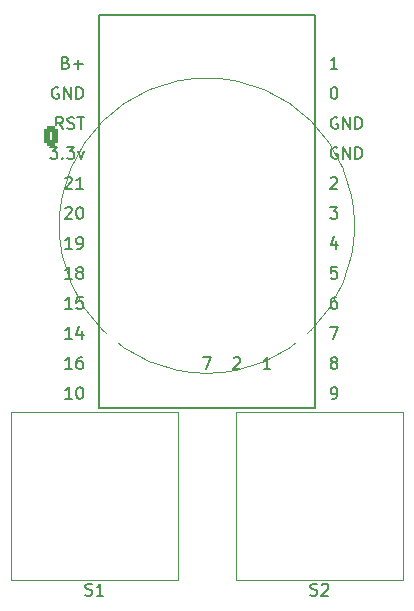
<source format=gto>
G04 #@! TF.GenerationSoftware,KiCad,Pcbnew,8.0.7*
G04 #@! TF.CreationDate,2024-12-28T18:40:06+08:00*
G04 #@! TF.ProjectId,macroknob,6d616372-6f6b-46e6-9f62-2e6b69636164,rev?*
G04 #@! TF.SameCoordinates,Original*
G04 #@! TF.FileFunction,Legend,Top*
G04 #@! TF.FilePolarity,Positive*
%FSLAX46Y46*%
G04 Gerber Fmt 4.6, Leading zero omitted, Abs format (unit mm)*
G04 Created by KiCad (PCBNEW 8.0.7) date 2024-12-28 18:40:06*
%MOMM*%
%LPD*%
G01*
G04 APERTURE LIST*
G04 Aperture macros list*
%AMRoundRect*
0 Rectangle with rounded corners*
0 $1 Rounding radius*
0 $2 $3 $4 $5 $6 $7 $8 $9 X,Y pos of 4 corners*
0 Add a 4 corners polygon primitive as box body*
4,1,4,$2,$3,$4,$5,$6,$7,$8,$9,$2,$3,0*
0 Add four circle primitives for the rounded corners*
1,1,$1+$1,$2,$3*
1,1,$1+$1,$4,$5*
1,1,$1+$1,$6,$7*
1,1,$1+$1,$8,$9*
0 Add four rect primitives between the rounded corners*
20,1,$1+$1,$2,$3,$4,$5,0*
20,1,$1+$1,$4,$5,$6,$7,0*
20,1,$1+$1,$6,$7,$8,$9,0*
20,1,$1+$1,$8,$9,$2,$3,0*%
G04 Aperture macros list end*
%ADD10C,0.050000*%
%ADD11C,0.200000*%
%ADD12C,0.150000*%
%ADD13C,0.120000*%
%ADD14C,2.000000*%
%ADD15R,2.000000X3.200000*%
%ADD16R,2.000000X2.000000*%
%ADD17C,1.752600*%
%ADD18C,1.750000*%
%ADD19C,4.000000*%
%ADD20C,2.500000*%
%ADD21O,1.200000X1.750000*%
%ADD22RoundRect,0.250000X0.350000X0.625000X-0.350000X0.625000X-0.350000X-0.625000X0.350000X-0.625000X0*%
G04 APERTURE END LIST*
D10*
X127435000Y-39370000D02*
G75*
G02*
X102435000Y-39370000I-12500000J0D01*
G01*
X102435000Y-39370000D02*
G75*
G02*
X127435000Y-39370000I12500000J0D01*
G01*
D11*
X125893244Y-45407219D02*
X125702768Y-45407219D01*
X125702768Y-45407219D02*
X125607530Y-45454838D01*
X125607530Y-45454838D02*
X125559911Y-45502457D01*
X125559911Y-45502457D02*
X125464673Y-45645314D01*
X125464673Y-45645314D02*
X125417054Y-45835790D01*
X125417054Y-45835790D02*
X125417054Y-46216742D01*
X125417054Y-46216742D02*
X125464673Y-46311980D01*
X125464673Y-46311980D02*
X125512292Y-46359600D01*
X125512292Y-46359600D02*
X125607530Y-46407219D01*
X125607530Y-46407219D02*
X125798006Y-46407219D01*
X125798006Y-46407219D02*
X125893244Y-46359600D01*
X125893244Y-46359600D02*
X125940863Y-46311980D01*
X125940863Y-46311980D02*
X125988482Y-46216742D01*
X125988482Y-46216742D02*
X125988482Y-45978647D01*
X125988482Y-45978647D02*
X125940863Y-45883409D01*
X125940863Y-45883409D02*
X125893244Y-45835790D01*
X125893244Y-45835790D02*
X125798006Y-45788171D01*
X125798006Y-45788171D02*
X125607530Y-45788171D01*
X125607530Y-45788171D02*
X125512292Y-45835790D01*
X125512292Y-45835790D02*
X125464673Y-45883409D01*
X125464673Y-45883409D02*
X125417054Y-45978647D01*
X102929136Y-37882457D02*
X102976755Y-37834838D01*
X102976755Y-37834838D02*
X103071993Y-37787219D01*
X103071993Y-37787219D02*
X103310088Y-37787219D01*
X103310088Y-37787219D02*
X103405326Y-37834838D01*
X103405326Y-37834838D02*
X103452945Y-37882457D01*
X103452945Y-37882457D02*
X103500564Y-37977695D01*
X103500564Y-37977695D02*
X103500564Y-38072933D01*
X103500564Y-38072933D02*
X103452945Y-38215790D01*
X103452945Y-38215790D02*
X102881517Y-38787219D01*
X102881517Y-38787219D02*
X103500564Y-38787219D01*
X104119612Y-37787219D02*
X104214850Y-37787219D01*
X104214850Y-37787219D02*
X104310088Y-37834838D01*
X104310088Y-37834838D02*
X104357707Y-37882457D01*
X104357707Y-37882457D02*
X104405326Y-37977695D01*
X104405326Y-37977695D02*
X104452945Y-38168171D01*
X104452945Y-38168171D02*
X104452945Y-38406266D01*
X104452945Y-38406266D02*
X104405326Y-38596742D01*
X104405326Y-38596742D02*
X104357707Y-38691980D01*
X104357707Y-38691980D02*
X104310088Y-38739600D01*
X104310088Y-38739600D02*
X104214850Y-38787219D01*
X104214850Y-38787219D02*
X104119612Y-38787219D01*
X104119612Y-38787219D02*
X104024374Y-38739600D01*
X104024374Y-38739600D02*
X103976755Y-38691980D01*
X103976755Y-38691980D02*
X103929136Y-38596742D01*
X103929136Y-38596742D02*
X103881517Y-38406266D01*
X103881517Y-38406266D02*
X103881517Y-38168171D01*
X103881517Y-38168171D02*
X103929136Y-37977695D01*
X103929136Y-37977695D02*
X103976755Y-37882457D01*
X103976755Y-37882457D02*
X104024374Y-37834838D01*
X104024374Y-37834838D02*
X104119612Y-37787219D01*
X125417054Y-35342457D02*
X125464673Y-35294838D01*
X125464673Y-35294838D02*
X125559911Y-35247219D01*
X125559911Y-35247219D02*
X125798006Y-35247219D01*
X125798006Y-35247219D02*
X125893244Y-35294838D01*
X125893244Y-35294838D02*
X125940863Y-35342457D01*
X125940863Y-35342457D02*
X125988482Y-35437695D01*
X125988482Y-35437695D02*
X125988482Y-35532933D01*
X125988482Y-35532933D02*
X125940863Y-35675790D01*
X125940863Y-35675790D02*
X125369435Y-36247219D01*
X125369435Y-36247219D02*
X125988482Y-36247219D01*
X103500564Y-43867219D02*
X102929136Y-43867219D01*
X103214850Y-43867219D02*
X103214850Y-42867219D01*
X103214850Y-42867219D02*
X103119612Y-43010076D01*
X103119612Y-43010076D02*
X103024374Y-43105314D01*
X103024374Y-43105314D02*
X102929136Y-43152933D01*
X104071993Y-43295790D02*
X103976755Y-43248171D01*
X103976755Y-43248171D02*
X103929136Y-43200552D01*
X103929136Y-43200552D02*
X103881517Y-43105314D01*
X103881517Y-43105314D02*
X103881517Y-43057695D01*
X103881517Y-43057695D02*
X103929136Y-42962457D01*
X103929136Y-42962457D02*
X103976755Y-42914838D01*
X103976755Y-42914838D02*
X104071993Y-42867219D01*
X104071993Y-42867219D02*
X104262469Y-42867219D01*
X104262469Y-42867219D02*
X104357707Y-42914838D01*
X104357707Y-42914838D02*
X104405326Y-42962457D01*
X104405326Y-42962457D02*
X104452945Y-43057695D01*
X104452945Y-43057695D02*
X104452945Y-43105314D01*
X104452945Y-43105314D02*
X104405326Y-43200552D01*
X104405326Y-43200552D02*
X104357707Y-43248171D01*
X104357707Y-43248171D02*
X104262469Y-43295790D01*
X104262469Y-43295790D02*
X104071993Y-43295790D01*
X104071993Y-43295790D02*
X103976755Y-43343409D01*
X103976755Y-43343409D02*
X103929136Y-43391028D01*
X103929136Y-43391028D02*
X103881517Y-43486266D01*
X103881517Y-43486266D02*
X103881517Y-43676742D01*
X103881517Y-43676742D02*
X103929136Y-43771980D01*
X103929136Y-43771980D02*
X103976755Y-43819600D01*
X103976755Y-43819600D02*
X104071993Y-43867219D01*
X104071993Y-43867219D02*
X104262469Y-43867219D01*
X104262469Y-43867219D02*
X104357707Y-43819600D01*
X104357707Y-43819600D02*
X104405326Y-43771980D01*
X104405326Y-43771980D02*
X104452945Y-43676742D01*
X104452945Y-43676742D02*
X104452945Y-43486266D01*
X104452945Y-43486266D02*
X104405326Y-43391028D01*
X104405326Y-43391028D02*
X104357707Y-43343409D01*
X104357707Y-43343409D02*
X104262469Y-43295790D01*
X125988482Y-30214838D02*
X125893244Y-30167219D01*
X125893244Y-30167219D02*
X125750387Y-30167219D01*
X125750387Y-30167219D02*
X125607530Y-30214838D01*
X125607530Y-30214838D02*
X125512292Y-30310076D01*
X125512292Y-30310076D02*
X125464673Y-30405314D01*
X125464673Y-30405314D02*
X125417054Y-30595790D01*
X125417054Y-30595790D02*
X125417054Y-30738647D01*
X125417054Y-30738647D02*
X125464673Y-30929123D01*
X125464673Y-30929123D02*
X125512292Y-31024361D01*
X125512292Y-31024361D02*
X125607530Y-31119600D01*
X125607530Y-31119600D02*
X125750387Y-31167219D01*
X125750387Y-31167219D02*
X125845625Y-31167219D01*
X125845625Y-31167219D02*
X125988482Y-31119600D01*
X125988482Y-31119600D02*
X126036101Y-31071980D01*
X126036101Y-31071980D02*
X126036101Y-30738647D01*
X126036101Y-30738647D02*
X125845625Y-30738647D01*
X126464673Y-31167219D02*
X126464673Y-30167219D01*
X126464673Y-30167219D02*
X127036101Y-31167219D01*
X127036101Y-31167219D02*
X127036101Y-30167219D01*
X127512292Y-31167219D02*
X127512292Y-30167219D01*
X127512292Y-30167219D02*
X127750387Y-30167219D01*
X127750387Y-30167219D02*
X127893244Y-30214838D01*
X127893244Y-30214838D02*
X127988482Y-30310076D01*
X127988482Y-30310076D02*
X128036101Y-30405314D01*
X128036101Y-30405314D02*
X128083720Y-30595790D01*
X128083720Y-30595790D02*
X128083720Y-30738647D01*
X128083720Y-30738647D02*
X128036101Y-30929123D01*
X128036101Y-30929123D02*
X127988482Y-31024361D01*
X127988482Y-31024361D02*
X127893244Y-31119600D01*
X127893244Y-31119600D02*
X127750387Y-31167219D01*
X127750387Y-31167219D02*
X127512292Y-31167219D01*
X117189286Y-50582457D02*
X117236905Y-50534838D01*
X117236905Y-50534838D02*
X117332143Y-50487219D01*
X117332143Y-50487219D02*
X117570238Y-50487219D01*
X117570238Y-50487219D02*
X117665476Y-50534838D01*
X117665476Y-50534838D02*
X117713095Y-50582457D01*
X117713095Y-50582457D02*
X117760714Y-50677695D01*
X117760714Y-50677695D02*
X117760714Y-50772933D01*
X117760714Y-50772933D02*
X117713095Y-50915790D01*
X117713095Y-50915790D02*
X117141667Y-51487219D01*
X117141667Y-51487219D02*
X117760714Y-51487219D01*
X102976755Y-25563409D02*
X103119612Y-25611028D01*
X103119612Y-25611028D02*
X103167231Y-25658647D01*
X103167231Y-25658647D02*
X103214850Y-25753885D01*
X103214850Y-25753885D02*
X103214850Y-25896742D01*
X103214850Y-25896742D02*
X103167231Y-25991980D01*
X103167231Y-25991980D02*
X103119612Y-26039600D01*
X103119612Y-26039600D02*
X103024374Y-26087219D01*
X103024374Y-26087219D02*
X102643422Y-26087219D01*
X102643422Y-26087219D02*
X102643422Y-25087219D01*
X102643422Y-25087219D02*
X102976755Y-25087219D01*
X102976755Y-25087219D02*
X103071993Y-25134838D01*
X103071993Y-25134838D02*
X103119612Y-25182457D01*
X103119612Y-25182457D02*
X103167231Y-25277695D01*
X103167231Y-25277695D02*
X103167231Y-25372933D01*
X103167231Y-25372933D02*
X103119612Y-25468171D01*
X103119612Y-25468171D02*
X103071993Y-25515790D01*
X103071993Y-25515790D02*
X102976755Y-25563409D01*
X102976755Y-25563409D02*
X102643422Y-25563409D01*
X103643422Y-25706266D02*
X104405327Y-25706266D01*
X104024374Y-26087219D02*
X104024374Y-25325314D01*
X125369435Y-47947219D02*
X126036101Y-47947219D01*
X126036101Y-47947219D02*
X125607530Y-48947219D01*
X125369435Y-37787219D02*
X125988482Y-37787219D01*
X125988482Y-37787219D02*
X125655149Y-38168171D01*
X125655149Y-38168171D02*
X125798006Y-38168171D01*
X125798006Y-38168171D02*
X125893244Y-38215790D01*
X125893244Y-38215790D02*
X125940863Y-38263409D01*
X125940863Y-38263409D02*
X125988482Y-38358647D01*
X125988482Y-38358647D02*
X125988482Y-38596742D01*
X125988482Y-38596742D02*
X125940863Y-38691980D01*
X125940863Y-38691980D02*
X125893244Y-38739600D01*
X125893244Y-38739600D02*
X125798006Y-38787219D01*
X125798006Y-38787219D02*
X125512292Y-38787219D01*
X125512292Y-38787219D02*
X125417054Y-38739600D01*
X125417054Y-38739600D02*
X125369435Y-38691980D01*
X103500564Y-46407219D02*
X102929136Y-46407219D01*
X103214850Y-46407219D02*
X103214850Y-45407219D01*
X103214850Y-45407219D02*
X103119612Y-45550076D01*
X103119612Y-45550076D02*
X103024374Y-45645314D01*
X103024374Y-45645314D02*
X102929136Y-45692933D01*
X104405326Y-45407219D02*
X103929136Y-45407219D01*
X103929136Y-45407219D02*
X103881517Y-45883409D01*
X103881517Y-45883409D02*
X103929136Y-45835790D01*
X103929136Y-45835790D02*
X104024374Y-45788171D01*
X104024374Y-45788171D02*
X104262469Y-45788171D01*
X104262469Y-45788171D02*
X104357707Y-45835790D01*
X104357707Y-45835790D02*
X104405326Y-45883409D01*
X104405326Y-45883409D02*
X104452945Y-45978647D01*
X104452945Y-45978647D02*
X104452945Y-46216742D01*
X104452945Y-46216742D02*
X104405326Y-46311980D01*
X104405326Y-46311980D02*
X104357707Y-46359600D01*
X104357707Y-46359600D02*
X104262469Y-46407219D01*
X104262469Y-46407219D02*
X104024374Y-46407219D01*
X104024374Y-46407219D02*
X103929136Y-46359600D01*
X103929136Y-46359600D02*
X103881517Y-46311980D01*
X102738659Y-31167219D02*
X102405326Y-30691028D01*
X102167231Y-31167219D02*
X102167231Y-30167219D01*
X102167231Y-30167219D02*
X102548183Y-30167219D01*
X102548183Y-30167219D02*
X102643421Y-30214838D01*
X102643421Y-30214838D02*
X102691040Y-30262457D01*
X102691040Y-30262457D02*
X102738659Y-30357695D01*
X102738659Y-30357695D02*
X102738659Y-30500552D01*
X102738659Y-30500552D02*
X102691040Y-30595790D01*
X102691040Y-30595790D02*
X102643421Y-30643409D01*
X102643421Y-30643409D02*
X102548183Y-30691028D01*
X102548183Y-30691028D02*
X102167231Y-30691028D01*
X103119612Y-31119600D02*
X103262469Y-31167219D01*
X103262469Y-31167219D02*
X103500564Y-31167219D01*
X103500564Y-31167219D02*
X103595802Y-31119600D01*
X103595802Y-31119600D02*
X103643421Y-31071980D01*
X103643421Y-31071980D02*
X103691040Y-30976742D01*
X103691040Y-30976742D02*
X103691040Y-30881504D01*
X103691040Y-30881504D02*
X103643421Y-30786266D01*
X103643421Y-30786266D02*
X103595802Y-30738647D01*
X103595802Y-30738647D02*
X103500564Y-30691028D01*
X103500564Y-30691028D02*
X103310088Y-30643409D01*
X103310088Y-30643409D02*
X103214850Y-30595790D01*
X103214850Y-30595790D02*
X103167231Y-30548171D01*
X103167231Y-30548171D02*
X103119612Y-30452933D01*
X103119612Y-30452933D02*
X103119612Y-30357695D01*
X103119612Y-30357695D02*
X103167231Y-30262457D01*
X103167231Y-30262457D02*
X103214850Y-30214838D01*
X103214850Y-30214838D02*
X103310088Y-30167219D01*
X103310088Y-30167219D02*
X103548183Y-30167219D01*
X103548183Y-30167219D02*
X103691040Y-30214838D01*
X103976755Y-30167219D02*
X104548183Y-30167219D01*
X104262469Y-31167219D02*
X104262469Y-30167219D01*
X125893244Y-40660552D02*
X125893244Y-41327219D01*
X125655149Y-40279600D02*
X125417054Y-40993885D01*
X125417054Y-40993885D02*
X126036101Y-40993885D01*
X125988482Y-32754838D02*
X125893244Y-32707219D01*
X125893244Y-32707219D02*
X125750387Y-32707219D01*
X125750387Y-32707219D02*
X125607530Y-32754838D01*
X125607530Y-32754838D02*
X125512292Y-32850076D01*
X125512292Y-32850076D02*
X125464673Y-32945314D01*
X125464673Y-32945314D02*
X125417054Y-33135790D01*
X125417054Y-33135790D02*
X125417054Y-33278647D01*
X125417054Y-33278647D02*
X125464673Y-33469123D01*
X125464673Y-33469123D02*
X125512292Y-33564361D01*
X125512292Y-33564361D02*
X125607530Y-33659600D01*
X125607530Y-33659600D02*
X125750387Y-33707219D01*
X125750387Y-33707219D02*
X125845625Y-33707219D01*
X125845625Y-33707219D02*
X125988482Y-33659600D01*
X125988482Y-33659600D02*
X126036101Y-33611980D01*
X126036101Y-33611980D02*
X126036101Y-33278647D01*
X126036101Y-33278647D02*
X125845625Y-33278647D01*
X126464673Y-33707219D02*
X126464673Y-32707219D01*
X126464673Y-32707219D02*
X127036101Y-33707219D01*
X127036101Y-33707219D02*
X127036101Y-32707219D01*
X127512292Y-33707219D02*
X127512292Y-32707219D01*
X127512292Y-32707219D02*
X127750387Y-32707219D01*
X127750387Y-32707219D02*
X127893244Y-32754838D01*
X127893244Y-32754838D02*
X127988482Y-32850076D01*
X127988482Y-32850076D02*
X128036101Y-32945314D01*
X128036101Y-32945314D02*
X128083720Y-33135790D01*
X128083720Y-33135790D02*
X128083720Y-33278647D01*
X128083720Y-33278647D02*
X128036101Y-33469123D01*
X128036101Y-33469123D02*
X127988482Y-33564361D01*
X127988482Y-33564361D02*
X127893244Y-33659600D01*
X127893244Y-33659600D02*
X127750387Y-33707219D01*
X127750387Y-33707219D02*
X127512292Y-33707219D01*
X125655149Y-27627219D02*
X125750387Y-27627219D01*
X125750387Y-27627219D02*
X125845625Y-27674838D01*
X125845625Y-27674838D02*
X125893244Y-27722457D01*
X125893244Y-27722457D02*
X125940863Y-27817695D01*
X125940863Y-27817695D02*
X125988482Y-28008171D01*
X125988482Y-28008171D02*
X125988482Y-28246266D01*
X125988482Y-28246266D02*
X125940863Y-28436742D01*
X125940863Y-28436742D02*
X125893244Y-28531980D01*
X125893244Y-28531980D02*
X125845625Y-28579600D01*
X125845625Y-28579600D02*
X125750387Y-28627219D01*
X125750387Y-28627219D02*
X125655149Y-28627219D01*
X125655149Y-28627219D02*
X125559911Y-28579600D01*
X125559911Y-28579600D02*
X125512292Y-28531980D01*
X125512292Y-28531980D02*
X125464673Y-28436742D01*
X125464673Y-28436742D02*
X125417054Y-28246266D01*
X125417054Y-28246266D02*
X125417054Y-28008171D01*
X125417054Y-28008171D02*
X125464673Y-27817695D01*
X125464673Y-27817695D02*
X125512292Y-27722457D01*
X125512292Y-27722457D02*
X125559911Y-27674838D01*
X125559911Y-27674838D02*
X125655149Y-27627219D01*
X114601667Y-50487217D02*
X115268333Y-50487217D01*
X115268333Y-50487217D02*
X114839762Y-51487217D01*
X103500564Y-48947219D02*
X102929136Y-48947219D01*
X103214850Y-48947219D02*
X103214850Y-47947219D01*
X103214850Y-47947219D02*
X103119612Y-48090076D01*
X103119612Y-48090076D02*
X103024374Y-48185314D01*
X103024374Y-48185314D02*
X102929136Y-48232933D01*
X104357707Y-48280552D02*
X104357707Y-48947219D01*
X104119612Y-47899600D02*
X103881517Y-48613885D01*
X103881517Y-48613885D02*
X104500564Y-48613885D01*
X125988482Y-26087219D02*
X125417054Y-26087219D01*
X125702768Y-26087219D02*
X125702768Y-25087219D01*
X125702768Y-25087219D02*
X125607530Y-25230076D01*
X125607530Y-25230076D02*
X125512292Y-25325314D01*
X125512292Y-25325314D02*
X125417054Y-25372933D01*
X125512292Y-54027219D02*
X125702768Y-54027219D01*
X125702768Y-54027219D02*
X125798006Y-53979600D01*
X125798006Y-53979600D02*
X125845625Y-53931980D01*
X125845625Y-53931980D02*
X125940863Y-53789123D01*
X125940863Y-53789123D02*
X125988482Y-53598647D01*
X125988482Y-53598647D02*
X125988482Y-53217695D01*
X125988482Y-53217695D02*
X125940863Y-53122457D01*
X125940863Y-53122457D02*
X125893244Y-53074838D01*
X125893244Y-53074838D02*
X125798006Y-53027219D01*
X125798006Y-53027219D02*
X125607530Y-53027219D01*
X125607530Y-53027219D02*
X125512292Y-53074838D01*
X125512292Y-53074838D02*
X125464673Y-53122457D01*
X125464673Y-53122457D02*
X125417054Y-53217695D01*
X125417054Y-53217695D02*
X125417054Y-53455790D01*
X125417054Y-53455790D02*
X125464673Y-53551028D01*
X125464673Y-53551028D02*
X125512292Y-53598647D01*
X125512292Y-53598647D02*
X125607530Y-53646266D01*
X125607530Y-53646266D02*
X125798006Y-53646266D01*
X125798006Y-53646266D02*
X125893244Y-53598647D01*
X125893244Y-53598647D02*
X125940863Y-53551028D01*
X125940863Y-53551028D02*
X125988482Y-53455790D01*
X120300714Y-51487219D02*
X119729286Y-51487219D01*
X120015000Y-51487219D02*
X120015000Y-50487219D01*
X120015000Y-50487219D02*
X119919762Y-50630076D01*
X119919762Y-50630076D02*
X119824524Y-50725314D01*
X119824524Y-50725314D02*
X119729286Y-50772933D01*
X125607530Y-50915790D02*
X125512292Y-50868171D01*
X125512292Y-50868171D02*
X125464673Y-50820552D01*
X125464673Y-50820552D02*
X125417054Y-50725314D01*
X125417054Y-50725314D02*
X125417054Y-50677695D01*
X125417054Y-50677695D02*
X125464673Y-50582457D01*
X125464673Y-50582457D02*
X125512292Y-50534838D01*
X125512292Y-50534838D02*
X125607530Y-50487219D01*
X125607530Y-50487219D02*
X125798006Y-50487219D01*
X125798006Y-50487219D02*
X125893244Y-50534838D01*
X125893244Y-50534838D02*
X125940863Y-50582457D01*
X125940863Y-50582457D02*
X125988482Y-50677695D01*
X125988482Y-50677695D02*
X125988482Y-50725314D01*
X125988482Y-50725314D02*
X125940863Y-50820552D01*
X125940863Y-50820552D02*
X125893244Y-50868171D01*
X125893244Y-50868171D02*
X125798006Y-50915790D01*
X125798006Y-50915790D02*
X125607530Y-50915790D01*
X125607530Y-50915790D02*
X125512292Y-50963409D01*
X125512292Y-50963409D02*
X125464673Y-51011028D01*
X125464673Y-51011028D02*
X125417054Y-51106266D01*
X125417054Y-51106266D02*
X125417054Y-51296742D01*
X125417054Y-51296742D02*
X125464673Y-51391980D01*
X125464673Y-51391980D02*
X125512292Y-51439600D01*
X125512292Y-51439600D02*
X125607530Y-51487219D01*
X125607530Y-51487219D02*
X125798006Y-51487219D01*
X125798006Y-51487219D02*
X125893244Y-51439600D01*
X125893244Y-51439600D02*
X125940863Y-51391980D01*
X125940863Y-51391980D02*
X125988482Y-51296742D01*
X125988482Y-51296742D02*
X125988482Y-51106266D01*
X125988482Y-51106266D02*
X125940863Y-51011028D01*
X125940863Y-51011028D02*
X125893244Y-50963409D01*
X125893244Y-50963409D02*
X125798006Y-50915790D01*
X125940863Y-42867219D02*
X125464673Y-42867219D01*
X125464673Y-42867219D02*
X125417054Y-43343409D01*
X125417054Y-43343409D02*
X125464673Y-43295790D01*
X125464673Y-43295790D02*
X125559911Y-43248171D01*
X125559911Y-43248171D02*
X125798006Y-43248171D01*
X125798006Y-43248171D02*
X125893244Y-43295790D01*
X125893244Y-43295790D02*
X125940863Y-43343409D01*
X125940863Y-43343409D02*
X125988482Y-43438647D01*
X125988482Y-43438647D02*
X125988482Y-43676742D01*
X125988482Y-43676742D02*
X125940863Y-43771980D01*
X125940863Y-43771980D02*
X125893244Y-43819600D01*
X125893244Y-43819600D02*
X125798006Y-43867219D01*
X125798006Y-43867219D02*
X125559911Y-43867219D01*
X125559911Y-43867219D02*
X125464673Y-43819600D01*
X125464673Y-43819600D02*
X125417054Y-43771980D01*
X103500564Y-51487219D02*
X102929136Y-51487219D01*
X103214850Y-51487219D02*
X103214850Y-50487219D01*
X103214850Y-50487219D02*
X103119612Y-50630076D01*
X103119612Y-50630076D02*
X103024374Y-50725314D01*
X103024374Y-50725314D02*
X102929136Y-50772933D01*
X104357707Y-50487219D02*
X104167231Y-50487219D01*
X104167231Y-50487219D02*
X104071993Y-50534838D01*
X104071993Y-50534838D02*
X104024374Y-50582457D01*
X104024374Y-50582457D02*
X103929136Y-50725314D01*
X103929136Y-50725314D02*
X103881517Y-50915790D01*
X103881517Y-50915790D02*
X103881517Y-51296742D01*
X103881517Y-51296742D02*
X103929136Y-51391980D01*
X103929136Y-51391980D02*
X103976755Y-51439600D01*
X103976755Y-51439600D02*
X104071993Y-51487219D01*
X104071993Y-51487219D02*
X104262469Y-51487219D01*
X104262469Y-51487219D02*
X104357707Y-51439600D01*
X104357707Y-51439600D02*
X104405326Y-51391980D01*
X104405326Y-51391980D02*
X104452945Y-51296742D01*
X104452945Y-51296742D02*
X104452945Y-51058647D01*
X104452945Y-51058647D02*
X104405326Y-50963409D01*
X104405326Y-50963409D02*
X104357707Y-50915790D01*
X104357707Y-50915790D02*
X104262469Y-50868171D01*
X104262469Y-50868171D02*
X104071993Y-50868171D01*
X104071993Y-50868171D02*
X103976755Y-50915790D01*
X103976755Y-50915790D02*
X103929136Y-50963409D01*
X103929136Y-50963409D02*
X103881517Y-51058647D01*
X103500564Y-41327219D02*
X102929136Y-41327219D01*
X103214850Y-41327219D02*
X103214850Y-40327219D01*
X103214850Y-40327219D02*
X103119612Y-40470076D01*
X103119612Y-40470076D02*
X103024374Y-40565314D01*
X103024374Y-40565314D02*
X102929136Y-40612933D01*
X103976755Y-41327219D02*
X104167231Y-41327219D01*
X104167231Y-41327219D02*
X104262469Y-41279600D01*
X104262469Y-41279600D02*
X104310088Y-41231980D01*
X104310088Y-41231980D02*
X104405326Y-41089123D01*
X104405326Y-41089123D02*
X104452945Y-40898647D01*
X104452945Y-40898647D02*
X104452945Y-40517695D01*
X104452945Y-40517695D02*
X104405326Y-40422457D01*
X104405326Y-40422457D02*
X104357707Y-40374838D01*
X104357707Y-40374838D02*
X104262469Y-40327219D01*
X104262469Y-40327219D02*
X104071993Y-40327219D01*
X104071993Y-40327219D02*
X103976755Y-40374838D01*
X103976755Y-40374838D02*
X103929136Y-40422457D01*
X103929136Y-40422457D02*
X103881517Y-40517695D01*
X103881517Y-40517695D02*
X103881517Y-40755790D01*
X103881517Y-40755790D02*
X103929136Y-40851028D01*
X103929136Y-40851028D02*
X103976755Y-40898647D01*
X103976755Y-40898647D02*
X104071993Y-40946266D01*
X104071993Y-40946266D02*
X104262469Y-40946266D01*
X104262469Y-40946266D02*
X104357707Y-40898647D01*
X104357707Y-40898647D02*
X104405326Y-40851028D01*
X104405326Y-40851028D02*
X104452945Y-40755790D01*
X103500564Y-54027219D02*
X102929136Y-54027219D01*
X103214850Y-54027219D02*
X103214850Y-53027219D01*
X103214850Y-53027219D02*
X103119612Y-53170076D01*
X103119612Y-53170076D02*
X103024374Y-53265314D01*
X103024374Y-53265314D02*
X102929136Y-53312933D01*
X104119612Y-53027219D02*
X104214850Y-53027219D01*
X104214850Y-53027219D02*
X104310088Y-53074838D01*
X104310088Y-53074838D02*
X104357707Y-53122457D01*
X104357707Y-53122457D02*
X104405326Y-53217695D01*
X104405326Y-53217695D02*
X104452945Y-53408171D01*
X104452945Y-53408171D02*
X104452945Y-53646266D01*
X104452945Y-53646266D02*
X104405326Y-53836742D01*
X104405326Y-53836742D02*
X104357707Y-53931980D01*
X104357707Y-53931980D02*
X104310088Y-53979600D01*
X104310088Y-53979600D02*
X104214850Y-54027219D01*
X104214850Y-54027219D02*
X104119612Y-54027219D01*
X104119612Y-54027219D02*
X104024374Y-53979600D01*
X104024374Y-53979600D02*
X103976755Y-53931980D01*
X103976755Y-53931980D02*
X103929136Y-53836742D01*
X103929136Y-53836742D02*
X103881517Y-53646266D01*
X103881517Y-53646266D02*
X103881517Y-53408171D01*
X103881517Y-53408171D02*
X103929136Y-53217695D01*
X103929136Y-53217695D02*
X103976755Y-53122457D01*
X103976755Y-53122457D02*
X104024374Y-53074838D01*
X104024374Y-53074838D02*
X104119612Y-53027219D01*
X102929136Y-35342457D02*
X102976755Y-35294838D01*
X102976755Y-35294838D02*
X103071993Y-35247219D01*
X103071993Y-35247219D02*
X103310088Y-35247219D01*
X103310088Y-35247219D02*
X103405326Y-35294838D01*
X103405326Y-35294838D02*
X103452945Y-35342457D01*
X103452945Y-35342457D02*
X103500564Y-35437695D01*
X103500564Y-35437695D02*
X103500564Y-35532933D01*
X103500564Y-35532933D02*
X103452945Y-35675790D01*
X103452945Y-35675790D02*
X102881517Y-36247219D01*
X102881517Y-36247219D02*
X103500564Y-36247219D01*
X104452945Y-36247219D02*
X103881517Y-36247219D01*
X104167231Y-36247219D02*
X104167231Y-35247219D01*
X104167231Y-35247219D02*
X104071993Y-35390076D01*
X104071993Y-35390076D02*
X103976755Y-35485314D01*
X103976755Y-35485314D02*
X103881517Y-35532933D01*
X101643422Y-32707219D02*
X102262469Y-32707219D01*
X102262469Y-32707219D02*
X101929136Y-33088171D01*
X101929136Y-33088171D02*
X102071993Y-33088171D01*
X102071993Y-33088171D02*
X102167231Y-33135790D01*
X102167231Y-33135790D02*
X102214850Y-33183409D01*
X102214850Y-33183409D02*
X102262469Y-33278647D01*
X102262469Y-33278647D02*
X102262469Y-33516742D01*
X102262469Y-33516742D02*
X102214850Y-33611980D01*
X102214850Y-33611980D02*
X102167231Y-33659600D01*
X102167231Y-33659600D02*
X102071993Y-33707219D01*
X102071993Y-33707219D02*
X101786279Y-33707219D01*
X101786279Y-33707219D02*
X101691041Y-33659600D01*
X101691041Y-33659600D02*
X101643422Y-33611980D01*
X102691041Y-33611980D02*
X102738660Y-33659600D01*
X102738660Y-33659600D02*
X102691041Y-33707219D01*
X102691041Y-33707219D02*
X102643422Y-33659600D01*
X102643422Y-33659600D02*
X102691041Y-33611980D01*
X102691041Y-33611980D02*
X102691041Y-33707219D01*
X103071993Y-32707219D02*
X103691040Y-32707219D01*
X103691040Y-32707219D02*
X103357707Y-33088171D01*
X103357707Y-33088171D02*
X103500564Y-33088171D01*
X103500564Y-33088171D02*
X103595802Y-33135790D01*
X103595802Y-33135790D02*
X103643421Y-33183409D01*
X103643421Y-33183409D02*
X103691040Y-33278647D01*
X103691040Y-33278647D02*
X103691040Y-33516742D01*
X103691040Y-33516742D02*
X103643421Y-33611980D01*
X103643421Y-33611980D02*
X103595802Y-33659600D01*
X103595802Y-33659600D02*
X103500564Y-33707219D01*
X103500564Y-33707219D02*
X103214850Y-33707219D01*
X103214850Y-33707219D02*
X103119612Y-33659600D01*
X103119612Y-33659600D02*
X103071993Y-33611980D01*
X104024374Y-33040552D02*
X104262469Y-33707219D01*
X104262469Y-33707219D02*
X104500564Y-33040552D01*
X102357707Y-27674838D02*
X102262469Y-27627219D01*
X102262469Y-27627219D02*
X102119612Y-27627219D01*
X102119612Y-27627219D02*
X101976755Y-27674838D01*
X101976755Y-27674838D02*
X101881517Y-27770076D01*
X101881517Y-27770076D02*
X101833898Y-27865314D01*
X101833898Y-27865314D02*
X101786279Y-28055790D01*
X101786279Y-28055790D02*
X101786279Y-28198647D01*
X101786279Y-28198647D02*
X101833898Y-28389123D01*
X101833898Y-28389123D02*
X101881517Y-28484361D01*
X101881517Y-28484361D02*
X101976755Y-28579600D01*
X101976755Y-28579600D02*
X102119612Y-28627219D01*
X102119612Y-28627219D02*
X102214850Y-28627219D01*
X102214850Y-28627219D02*
X102357707Y-28579600D01*
X102357707Y-28579600D02*
X102405326Y-28531980D01*
X102405326Y-28531980D02*
X102405326Y-28198647D01*
X102405326Y-28198647D02*
X102214850Y-28198647D01*
X102833898Y-28627219D02*
X102833898Y-27627219D01*
X102833898Y-27627219D02*
X103405326Y-28627219D01*
X103405326Y-28627219D02*
X103405326Y-27627219D01*
X103881517Y-28627219D02*
X103881517Y-27627219D01*
X103881517Y-27627219D02*
X104119612Y-27627219D01*
X104119612Y-27627219D02*
X104262469Y-27674838D01*
X104262469Y-27674838D02*
X104357707Y-27770076D01*
X104357707Y-27770076D02*
X104405326Y-27865314D01*
X104405326Y-27865314D02*
X104452945Y-28055790D01*
X104452945Y-28055790D02*
X104452945Y-28198647D01*
X104452945Y-28198647D02*
X104405326Y-28389123D01*
X104405326Y-28389123D02*
X104357707Y-28484361D01*
X104357707Y-28484361D02*
X104262469Y-28579600D01*
X104262469Y-28579600D02*
X104119612Y-28627219D01*
X104119612Y-28627219D02*
X103881517Y-28627219D01*
D12*
X123698095Y-70637200D02*
X123840952Y-70684819D01*
X123840952Y-70684819D02*
X124079047Y-70684819D01*
X124079047Y-70684819D02*
X124174285Y-70637200D01*
X124174285Y-70637200D02*
X124221904Y-70589580D01*
X124221904Y-70589580D02*
X124269523Y-70494342D01*
X124269523Y-70494342D02*
X124269523Y-70399104D01*
X124269523Y-70399104D02*
X124221904Y-70303866D01*
X124221904Y-70303866D02*
X124174285Y-70256247D01*
X124174285Y-70256247D02*
X124079047Y-70208628D01*
X124079047Y-70208628D02*
X123888571Y-70161009D01*
X123888571Y-70161009D02*
X123793333Y-70113390D01*
X123793333Y-70113390D02*
X123745714Y-70065771D01*
X123745714Y-70065771D02*
X123698095Y-69970533D01*
X123698095Y-69970533D02*
X123698095Y-69875295D01*
X123698095Y-69875295D02*
X123745714Y-69780057D01*
X123745714Y-69780057D02*
X123793333Y-69732438D01*
X123793333Y-69732438D02*
X123888571Y-69684819D01*
X123888571Y-69684819D02*
X124126666Y-69684819D01*
X124126666Y-69684819D02*
X124269523Y-69732438D01*
X124650476Y-69780057D02*
X124698095Y-69732438D01*
X124698095Y-69732438D02*
X124793333Y-69684819D01*
X124793333Y-69684819D02*
X125031428Y-69684819D01*
X125031428Y-69684819D02*
X125126666Y-69732438D01*
X125126666Y-69732438D02*
X125174285Y-69780057D01*
X125174285Y-69780057D02*
X125221904Y-69875295D01*
X125221904Y-69875295D02*
X125221904Y-69970533D01*
X125221904Y-69970533D02*
X125174285Y-70113390D01*
X125174285Y-70113390D02*
X124602857Y-70684819D01*
X124602857Y-70684819D02*
X125221904Y-70684819D01*
X104648095Y-70637200D02*
X104790952Y-70684819D01*
X104790952Y-70684819D02*
X105029047Y-70684819D01*
X105029047Y-70684819D02*
X105124285Y-70637200D01*
X105124285Y-70637200D02*
X105171904Y-70589580D01*
X105171904Y-70589580D02*
X105219523Y-70494342D01*
X105219523Y-70494342D02*
X105219523Y-70399104D01*
X105219523Y-70399104D02*
X105171904Y-70303866D01*
X105171904Y-70303866D02*
X105124285Y-70256247D01*
X105124285Y-70256247D02*
X105029047Y-70208628D01*
X105029047Y-70208628D02*
X104838571Y-70161009D01*
X104838571Y-70161009D02*
X104743333Y-70113390D01*
X104743333Y-70113390D02*
X104695714Y-70065771D01*
X104695714Y-70065771D02*
X104648095Y-69970533D01*
X104648095Y-69970533D02*
X104648095Y-69875295D01*
X104648095Y-69875295D02*
X104695714Y-69780057D01*
X104695714Y-69780057D02*
X104743333Y-69732438D01*
X104743333Y-69732438D02*
X104838571Y-69684819D01*
X104838571Y-69684819D02*
X105076666Y-69684819D01*
X105076666Y-69684819D02*
X105219523Y-69732438D01*
X106171904Y-70684819D02*
X105600476Y-70684819D01*
X105886190Y-70684819D02*
X105886190Y-69684819D01*
X105886190Y-69684819D02*
X105790952Y-69827676D01*
X105790952Y-69827676D02*
X105695714Y-69922914D01*
X105695714Y-69922914D02*
X105600476Y-69970533D01*
D11*
X105785000Y-21545000D02*
X105785000Y-54845000D01*
X124085000Y-54845000D02*
X105785000Y-54845000D01*
X124085000Y-21545000D02*
X105785000Y-21545000D01*
X124085000Y-21545000D02*
X124085000Y-54845000D01*
D13*
X117360000Y-69330000D02*
X131560000Y-69330000D01*
X117360000Y-55130000D02*
X117360000Y-69330000D01*
X131560000Y-55130000D02*
X117360000Y-55130000D01*
X131560000Y-69330000D02*
X131560000Y-55130000D01*
X112510000Y-69330000D02*
X112510000Y-55130000D01*
X112510000Y-55130000D02*
X98310000Y-55130000D01*
X98310000Y-55130000D02*
X98310000Y-69330000D01*
X98310000Y-69330000D02*
X112510000Y-69330000D01*
%LPC*%
D14*
X117435000Y-46370000D03*
X112435000Y-46370000D03*
D15*
X109335000Y-39370000D03*
X120535000Y-39370000D03*
D14*
X114935000Y-31870000D03*
X112435000Y-31870000D03*
D16*
X117435000Y-31870000D03*
D17*
X114935000Y-48495000D03*
X117475000Y-48495000D03*
X120015000Y-48495000D03*
X107315000Y-25635000D03*
X107315000Y-28175000D03*
X107315000Y-30715000D03*
X107315000Y-33255000D03*
X107315000Y-35795000D03*
X107315000Y-38335000D03*
X107315000Y-40875000D03*
X107315000Y-43415000D03*
X107315000Y-45955000D03*
X107315000Y-48495000D03*
X107315000Y-51035000D03*
X107315000Y-53575000D03*
X122555000Y-53575000D03*
X122555000Y-51035000D03*
X122555000Y-48495000D03*
X122555000Y-45955000D03*
X122555000Y-43415000D03*
X122555000Y-40875000D03*
X122555000Y-38335000D03*
X122555000Y-35795000D03*
X122555000Y-33255000D03*
X122555000Y-30715000D03*
X122555000Y-28175000D03*
X122555000Y-25635000D03*
D18*
X119380000Y-62230000D03*
X129540000Y-62230000D03*
D19*
X124460000Y-62230000D03*
D20*
X121920000Y-67310000D03*
X128270000Y-64770000D03*
X109220000Y-64770000D03*
X102870000Y-67310000D03*
D19*
X105410000Y-62230000D03*
D18*
X110490000Y-62230000D03*
X100330000Y-62230000D03*
D21*
X99735086Y-31750000D03*
D22*
X101735086Y-31750000D03*
%LPD*%
M02*

</source>
